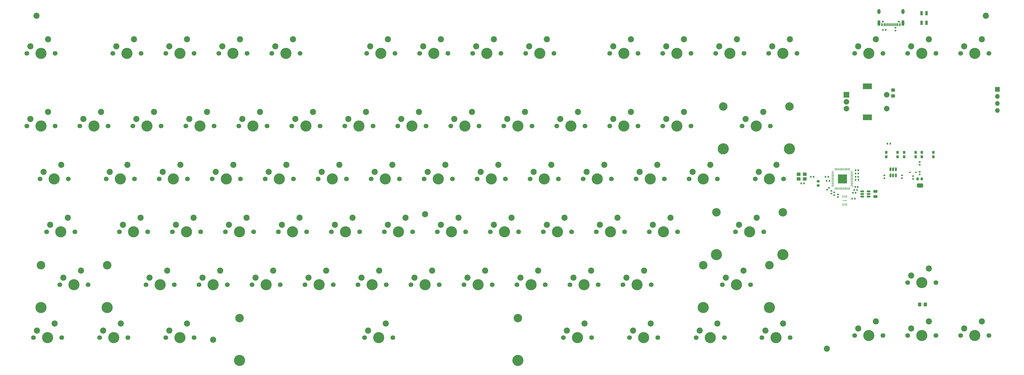
<source format=gbr>
%TF.GenerationSoftware,KiCad,Pcbnew,9.0.5*%
%TF.CreationDate,2026-02-18T01:23:15+05:30*%
%TF.ProjectId,Rheneium,5268656e-6569-4756-9d2e-6b696361645f,rev?*%
%TF.SameCoordinates,Original*%
%TF.FileFunction,Soldermask,Top*%
%TF.FilePolarity,Negative*%
%FSLAX46Y46*%
G04 Gerber Fmt 4.6, Leading zero omitted, Abs format (unit mm)*
G04 Created by KiCad (PCBNEW 9.0.5) date 2026-02-18 01:23:15*
%MOMM*%
%LPD*%
G01*
G04 APERTURE LIST*
G04 Aperture macros list*
%AMRoundRect*
0 Rectangle with rounded corners*
0 $1 Rounding radius*
0 $2 $3 $4 $5 $6 $7 $8 $9 X,Y pos of 4 corners*
0 Add a 4 corners polygon primitive as box body*
4,1,4,$2,$3,$4,$5,$6,$7,$8,$9,$2,$3,0*
0 Add four circle primitives for the rounded corners*
1,1,$1+$1,$2,$3*
1,1,$1+$1,$4,$5*
1,1,$1+$1,$6,$7*
1,1,$1+$1,$8,$9*
0 Add four rect primitives between the rounded corners*
20,1,$1+$1,$2,$3,$4,$5,0*
20,1,$1+$1,$4,$5,$6,$7,0*
20,1,$1+$1,$6,$7,$8,$9,0*
20,1,$1+$1,$8,$9,$2,$3,0*%
%AMFreePoly0*
4,1,23,0.500000,-0.750000,0.000000,-0.750000,0.000000,-0.745722,-0.065263,-0.745722,-0.191342,-0.711940,-0.304381,-0.646677,-0.396677,-0.554381,-0.461940,-0.441342,-0.495722,-0.315263,-0.495722,-0.250000,-0.500000,-0.250000,-0.500000,0.250000,-0.495722,0.250000,-0.495722,0.315263,-0.461940,0.441342,-0.396677,0.554381,-0.304381,0.646677,-0.191342,0.711940,-0.065263,0.745722,0.000000,0.745722,
0.000000,0.750000,0.500000,0.750000,0.500000,-0.750000,0.500000,-0.750000,$1*%
%AMFreePoly1*
4,1,23,0.000000,0.745722,0.065263,0.745722,0.191342,0.711940,0.304381,0.646677,0.396677,0.554381,0.461940,0.441342,0.495722,0.315263,0.495722,0.250000,0.500000,0.250000,0.500000,-0.250000,0.495722,-0.250000,0.495722,-0.315263,0.461940,-0.441342,0.396677,-0.554381,0.304381,-0.646677,0.191342,-0.711940,0.065263,-0.745722,0.000000,-0.745722,0.000000,-0.750000,-0.500000,-0.750000,
-0.500000,0.750000,0.000000,0.750000,0.000000,0.745722,0.000000,0.745722,$1*%
G04 Aperture macros list end*
%ADD10C,2.200000*%
%ADD11C,1.700000*%
%ADD12C,4.000000*%
%ADD13RoundRect,0.140000X-0.140000X-0.170000X0.140000X-0.170000X0.140000X0.170000X-0.140000X0.170000X0*%
%ADD14C,3.050000*%
%ADD15R,0.850000X1.600000*%
%ADD16RoundRect,0.135000X0.185000X-0.135000X0.185000X0.135000X-0.185000X0.135000X-0.185000X-0.135000X0*%
%ADD17RoundRect,0.135000X0.135000X0.185000X-0.135000X0.185000X-0.135000X-0.185000X0.135000X-0.185000X0*%
%ADD18RoundRect,0.062500X0.062500X-0.387500X0.062500X0.387500X-0.062500X0.387500X-0.062500X-0.387500X0*%
%ADD19R,1.600000X0.200000*%
%ADD20R,0.900000X1.000000*%
%ADD21RoundRect,0.250000X-0.325000X-0.450000X0.325000X-0.450000X0.325000X0.450000X-0.325000X0.450000X0*%
%ADD22RoundRect,0.135000X-0.185000X0.135000X-0.185000X-0.135000X0.185000X-0.135000X0.185000X0.135000X0*%
%ADD23RoundRect,0.140000X-0.021213X0.219203X-0.219203X0.021213X0.021213X-0.219203X0.219203X-0.021213X0*%
%ADD24RoundRect,0.140000X0.140000X0.170000X-0.140000X0.170000X-0.140000X-0.170000X0.140000X-0.170000X0*%
%ADD25RoundRect,0.250000X-0.450000X0.325000X-0.450000X-0.325000X0.450000X-0.325000X0.450000X0.325000X0*%
%ADD26FreePoly0,180.000000*%
%ADD27FreePoly1,180.000000*%
%ADD28RoundRect,0.218750X0.218750X0.256250X-0.218750X0.256250X-0.218750X-0.256250X0.218750X-0.256250X0*%
%ADD29R,1.700000X1.700000*%
%ADD30O,1.700000X1.700000*%
%ADD31RoundRect,0.150000X-0.512500X-0.150000X0.512500X-0.150000X0.512500X0.150000X-0.512500X0.150000X0*%
%ADD32RoundRect,0.140000X-0.170000X0.140000X-0.170000X-0.140000X0.170000X-0.140000X0.170000X0.140000X0*%
%ADD33RoundRect,0.112500X0.187500X0.112500X-0.187500X0.112500X-0.187500X-0.112500X0.187500X-0.112500X0*%
%ADD34RoundRect,0.218750X0.256250X-0.218750X0.256250X0.218750X-0.256250X0.218750X-0.256250X-0.218750X0*%
%ADD35RoundRect,0.135000X-0.135000X-0.185000X0.135000X-0.185000X0.135000X0.185000X-0.135000X0.185000X0*%
%ADD36RoundRect,0.150000X-0.150000X0.512500X-0.150000X-0.512500X0.150000X-0.512500X0.150000X0.512500X0*%
%ADD37RoundRect,0.250000X0.475000X-0.250000X0.475000X0.250000X-0.475000X0.250000X-0.475000X-0.250000X0*%
%ADD38R,2.000000X2.000000*%
%ADD39C,2.000000*%
%ADD40R,3.200000X2.000000*%
%ADD41RoundRect,0.250000X-0.450000X-0.350000X0.450000X-0.350000X0.450000X0.350000X-0.450000X0.350000X0*%
%ADD42RoundRect,0.050000X0.387500X0.050000X-0.387500X0.050000X-0.387500X-0.050000X0.387500X-0.050000X0*%
%ADD43RoundRect,0.050000X0.050000X0.387500X-0.050000X0.387500X-0.050000X-0.387500X0.050000X-0.387500X0*%
%ADD44R,3.200000X3.200000*%
%ADD45C,0.700000*%
%ADD46R,0.550000X1.100000*%
%ADD47R,0.300000X1.100000*%
%ADD48O,1.100000X2.000000*%
%ADD49O,1.200000X1.800000*%
G04 APERTURE END LIST*
%TO.C,JP2*%
G36*
X341606250Y-107112500D02*
G01*
X341306250Y-107112500D01*
X341306250Y-105612500D01*
X341606250Y-105612500D01*
X341606250Y-107112500D01*
G37*
%TD*%
D10*
%TO.C,SW40*%
X28733750Y-120491250D03*
X35083750Y-117951250D03*
D11*
X37623750Y-123031250D03*
D12*
X32543750Y-123031250D03*
D11*
X27463750Y-123031250D03*
%TD*%
D10*
%TO.C,SW8*%
X181927500Y-56197500D03*
X188277500Y-53657500D03*
D11*
X190817500Y-58737500D03*
D12*
X185737500Y-58737500D03*
D11*
X180657500Y-58737500D03*
%TD*%
D10*
%TO.C,SW43*%
X93027500Y-120491250D03*
X99377500Y-117951250D03*
D11*
X101917500Y-123031250D03*
D12*
X96837500Y-123031250D03*
D11*
X91757500Y-123031250D03*
%TD*%
%TO.C,SW35*%
X182245000Y-103981250D03*
D12*
X187325000Y-103981250D03*
D11*
X192405000Y-103981250D03*
D10*
X189865000Y-98901250D03*
X183515000Y-101441250D03*
%TD*%
D11*
%TO.C,SW14*%
X20320000Y-84931250D03*
D12*
X25400000Y-84931250D03*
D11*
X30480000Y-84931250D03*
D10*
X27940000Y-79851250D03*
X21590000Y-82391250D03*
%TD*%
%TO.C,H5*%
X87312500Y-161925000D03*
%TD*%
D13*
%TO.C,C7*%
X318263750Y-102043750D03*
X319223750Y-102043750D03*
%TD*%
%TO.C,C10*%
X298763750Y-105568750D03*
X299723750Y-105568750D03*
%TD*%
D11*
%TO.C,SW60*%
X177482500Y-142081250D03*
D12*
X182562500Y-142081250D03*
D11*
X187642500Y-142081250D03*
D10*
X185102500Y-137001250D03*
X178752500Y-139541250D03*
%TD*%
D14*
%TO.C,SW53*%
X25406250Y-135081250D03*
D12*
X25406250Y-150321250D03*
D11*
X32226250Y-142081250D03*
D12*
X37306250Y-142081250D03*
D11*
X42386250Y-142081250D03*
D14*
X49206250Y-135081250D03*
D12*
X49206250Y-150321250D03*
D10*
X39846250Y-137001250D03*
X33496250Y-139541250D03*
%TD*%
D11*
%TO.C,SW80*%
X46513750Y-161131250D03*
D12*
X51593750Y-161131250D03*
D11*
X56673750Y-161131250D03*
D10*
X54133750Y-156051250D03*
X47783750Y-158591250D03*
%TD*%
D14*
%TO.C,SW52*%
X268293750Y-116031250D03*
D12*
X268293750Y-131271250D03*
D11*
X275113750Y-123031250D03*
D12*
X280193750Y-123031250D03*
D11*
X285273750Y-123031250D03*
D14*
X292093750Y-116031250D03*
D12*
X292093750Y-131271250D03*
D10*
X282733750Y-117951250D03*
X276383750Y-120491250D03*
%TD*%
D11*
%TO.C,SW68*%
X337017500Y-58746250D03*
D12*
X342097500Y-58746250D03*
D11*
X347177500Y-58746250D03*
D10*
X344637500Y-53666250D03*
X338287500Y-56206250D03*
%TD*%
D11*
%TO.C,SW67*%
X70326250Y-161131250D03*
D12*
X75406250Y-161131250D03*
D11*
X80486250Y-161131250D03*
D10*
X77946250Y-156051250D03*
X71596250Y-158591250D03*
%TD*%
D11*
%TO.C,SW48*%
X187007500Y-123031250D03*
D12*
X192087500Y-123031250D03*
D11*
X197167500Y-123031250D03*
D10*
X194627500Y-117951250D03*
X188277500Y-120491250D03*
%TD*%
D11*
%TO.C,SW7*%
X161607500Y-58737500D03*
D12*
X166687500Y-58737500D03*
D11*
X171767500Y-58737500D03*
D10*
X169227500Y-53657500D03*
X162877500Y-56197500D03*
%TD*%
D11*
%TO.C,SW63*%
X234632500Y-142081250D03*
D12*
X239712500Y-142081250D03*
D11*
X244792500Y-142081250D03*
D10*
X242252500Y-137001250D03*
X235902500Y-139541250D03*
%TD*%
D11*
%TO.C,SW27*%
X25082500Y-103981250D03*
D12*
X30162500Y-103981250D03*
D11*
X35242500Y-103981250D03*
D10*
X32702500Y-98901250D03*
X26352500Y-101441250D03*
%TD*%
D15*
%TO.C,D87*%
X343775000Y-44287500D03*
X342025000Y-44287500D03*
X342025000Y-47787500D03*
X343775000Y-47787500D03*
%TD*%
D11*
%TO.C,SW39*%
X282257500Y-103981250D03*
D12*
X287337500Y-103981250D03*
D11*
X292417500Y-103981250D03*
D10*
X289877500Y-98901250D03*
X283527500Y-101441250D03*
%TD*%
D16*
%TO.C,R8*%
X338931250Y-103981250D03*
X338931250Y-102961250D03*
%TD*%
D11*
%TO.C,SW29*%
X67945000Y-103981250D03*
D12*
X73025000Y-103981250D03*
D11*
X78105000Y-103981250D03*
D10*
X75565000Y-98901250D03*
X69215000Y-101441250D03*
%TD*%
D11*
%TO.C,SW56*%
X101282500Y-142081250D03*
D12*
X106362500Y-142081250D03*
D11*
X111442500Y-142081250D03*
D10*
X108902500Y-137001250D03*
X102552500Y-139541250D03*
%TD*%
D11*
%TO.C,SW25*%
X229870000Y-84931250D03*
D12*
X234950000Y-84931250D03*
D11*
X240030000Y-84931250D03*
D10*
X237490000Y-79851250D03*
X231140000Y-82391250D03*
%TD*%
D11*
%TO.C,SW32*%
X125095000Y-103981250D03*
D12*
X130175000Y-103981250D03*
D11*
X135255000Y-103981250D03*
D10*
X132715000Y-98901250D03*
X126365000Y-101441250D03*
%TD*%
D17*
%TO.C,R9*%
X308895000Y-104675000D03*
X307875000Y-104675000D03*
%TD*%
D11*
%TO.C,SW37*%
X220345000Y-103981250D03*
D12*
X225425000Y-103981250D03*
D11*
X230505000Y-103981250D03*
D10*
X227965000Y-98901250D03*
X221615000Y-101441250D03*
%TD*%
D11*
%TO.C,SW12*%
X267970000Y-58737500D03*
D12*
X273050000Y-58737500D03*
D11*
X278130000Y-58737500D03*
D10*
X275590000Y-53657500D03*
X269240000Y-56197500D03*
%TD*%
D11*
%TO.C,SW50*%
X225107500Y-123031250D03*
D12*
X230187500Y-123031250D03*
D11*
X235267500Y-123031250D03*
D10*
X232727500Y-117951250D03*
X226377500Y-120491250D03*
%TD*%
D18*
%TO.C,U2*%
X313618750Y-113181250D03*
X314118750Y-113181250D03*
X314618750Y-113181250D03*
X315118750Y-113181250D03*
X315118750Y-110331250D03*
X314618750Y-110331250D03*
X314118750Y-110331250D03*
X313618750Y-110331250D03*
D19*
X314368750Y-111756250D03*
%TD*%
D11*
%TO.C,SW77*%
X237013750Y-161131250D03*
D12*
X242093750Y-161131250D03*
D11*
X247173750Y-161131250D03*
D10*
X244633750Y-156051250D03*
X238283750Y-158591250D03*
%TD*%
%TO.C,H4*%
X307975000Y-165100000D03*
%TD*%
D11*
%TO.C,SW19*%
X115570000Y-84931250D03*
D12*
X120650000Y-84931250D03*
D11*
X125730000Y-84931250D03*
D10*
X123190000Y-79851250D03*
X116840000Y-82391250D03*
%TD*%
D11*
%TO.C,SW30*%
X86995000Y-103981250D03*
D12*
X92075000Y-103981250D03*
D11*
X97155000Y-103981250D03*
D10*
X94615000Y-98901250D03*
X88265000Y-101441250D03*
%TD*%
D11*
%TO.C,SW69*%
X356076250Y-58737500D03*
D12*
X361156250Y-58737500D03*
D11*
X366236250Y-58737500D03*
D10*
X363696250Y-53657500D03*
X357346250Y-56197500D03*
%TD*%
D20*
%TO.C,SW86*%
X335756250Y-94443750D03*
X339856250Y-94443750D03*
X335756250Y-96043750D03*
X339856250Y-96043750D03*
%TD*%
D11*
%TO.C,SW82*%
X260971844Y-161131250D03*
D12*
X266051844Y-161131250D03*
D11*
X271131844Y-161131250D03*
D10*
X268591844Y-156051250D03*
X262241844Y-158591250D03*
%TD*%
D11*
%TO.C,SW70*%
X317976250Y-160337500D03*
D12*
X323056250Y-160337500D03*
D11*
X328136250Y-160337500D03*
D10*
X325596250Y-155257500D03*
X319246250Y-157797500D03*
%TD*%
D11*
%TO.C,SW20*%
X134620000Y-84931250D03*
D12*
X139700000Y-84931250D03*
D11*
X144780000Y-84931250D03*
D10*
X142240000Y-79851250D03*
X135890000Y-82391250D03*
%TD*%
D21*
%TO.C,D78*%
X341312500Y-149225000D03*
X343362500Y-149225000D03*
%TD*%
D22*
%TO.C,R2*%
X341312500Y-97915000D03*
X341312500Y-98935000D03*
%TD*%
D23*
%TO.C,C2*%
X308768750Y-107156250D03*
X308089928Y-107835072D03*
%TD*%
D11*
%TO.C,SW41*%
X53657500Y-123031250D03*
D12*
X58737500Y-123031250D03*
D11*
X63817500Y-123031250D03*
D10*
X61277500Y-117951250D03*
X54927500Y-120491250D03*
%TD*%
D24*
%TO.C,C15*%
X319267500Y-100806250D03*
X318307500Y-100806250D03*
%TD*%
D22*
%TO.C,R3*%
X328612500Y-102677500D03*
X328612500Y-103697500D03*
%TD*%
D25*
%TO.C,D84*%
X331787500Y-72000000D03*
X331787500Y-74050000D03*
%TD*%
D11*
%TO.C,SW45*%
X129857500Y-123031250D03*
D12*
X134937500Y-123031250D03*
D11*
X140017500Y-123031250D03*
D10*
X137477500Y-117951250D03*
X131127500Y-120491250D03*
%TD*%
D11*
%TO.C,SW44*%
X110807500Y-123031250D03*
D12*
X115887500Y-123031250D03*
D11*
X120967500Y-123031250D03*
D10*
X118427500Y-117951250D03*
X112077500Y-120491250D03*
%TD*%
D11*
%TO.C,SW2*%
X51276250Y-58737500D03*
D12*
X56356250Y-58737500D03*
D11*
X61436250Y-58737500D03*
D10*
X58896250Y-53657500D03*
X52546250Y-56197500D03*
%TD*%
D11*
%TO.C,SW76*%
X258445000Y-103981250D03*
D12*
X263525000Y-103981250D03*
D11*
X268605000Y-103981250D03*
D10*
X266065000Y-98901250D03*
X259715000Y-101441250D03*
%TD*%
D26*
%TO.C,JP2*%
X342106250Y-106362500D03*
D27*
X340806250Y-106362500D03*
%TD*%
D28*
%TO.C,D86*%
X342100000Y-103981250D03*
X340525000Y-103981250D03*
%TD*%
D11*
%TO.C,SW9*%
X199707500Y-58737500D03*
D12*
X204787500Y-58737500D03*
D11*
X209867500Y-58737500D03*
D10*
X207327500Y-53657500D03*
X200977500Y-56197500D03*
%TD*%
D14*
%TO.C,SW81*%
X96843750Y-154131250D03*
D12*
X96843750Y-169371250D03*
D11*
X141763750Y-161131250D03*
D12*
X146843750Y-161131250D03*
D11*
X151923750Y-161131250D03*
D14*
X196843750Y-154131250D03*
D12*
X196843750Y-169371250D03*
D10*
X149383750Y-156051250D03*
X143033750Y-158591250D03*
%TD*%
D11*
%TO.C,SW1*%
X20320000Y-58737500D03*
D12*
X25400000Y-58737500D03*
D11*
X30480000Y-58737500D03*
D10*
X27940000Y-53657500D03*
X21590000Y-56197500D03*
%TD*%
D29*
%TO.C,J1*%
X369246250Y-71711250D03*
D30*
X369246250Y-74251250D03*
X369246250Y-76791250D03*
X369246250Y-79331250D03*
%TD*%
D11*
%TO.C,SW49*%
X206057500Y-123031250D03*
D12*
X211137500Y-123031250D03*
D11*
X216217500Y-123031250D03*
D10*
X213677500Y-117951250D03*
X207327500Y-120491250D03*
%TD*%
D11*
%TO.C,SW17*%
X77470000Y-84931250D03*
D12*
X82550000Y-84931250D03*
D11*
X87630000Y-84931250D03*
D10*
X85090000Y-79851250D03*
X78740000Y-82391250D03*
%TD*%
D31*
%TO.C,U4*%
X320675000Y-108431250D03*
X320675000Y-109381250D03*
X320675000Y-110331250D03*
X322950000Y-110331250D03*
X322950000Y-109381250D03*
X322950000Y-108431250D03*
%TD*%
D11*
%TO.C,SW57*%
X120332500Y-142081250D03*
D12*
X125412500Y-142081250D03*
D11*
X130492500Y-142081250D03*
D10*
X127952500Y-137001250D03*
X121602500Y-139541250D03*
%TD*%
D32*
%TO.C,C16*%
X341312500Y-101433750D03*
X341312500Y-102393750D03*
%TD*%
D33*
%TO.C,D85*%
X339981250Y-101600000D03*
X337881250Y-101600000D03*
%TD*%
D20*
%TO.C,SW87*%
X342106250Y-94443750D03*
X346206250Y-94443750D03*
X342106250Y-96043750D03*
X346206250Y-96043750D03*
%TD*%
D11*
%TO.C,SW13*%
X287020000Y-58737500D03*
D12*
X292100000Y-58737500D03*
D11*
X297180000Y-58737500D03*
D10*
X294640000Y-53657500D03*
X288290000Y-56197500D03*
%TD*%
D24*
%TO.C,C4*%
X308455000Y-103187500D03*
X307495000Y-103187500D03*
%TD*%
D22*
%TO.C,R5*%
X332581250Y-49496250D03*
X332581250Y-50516250D03*
%TD*%
D32*
%TO.C,C11*%
X310596250Y-108827500D03*
X310596250Y-109787500D03*
%TD*%
D14*
%TO.C,SW65*%
X263531250Y-135081250D03*
D12*
X263531250Y-150321250D03*
D11*
X270351250Y-142081250D03*
D12*
X275431250Y-142081250D03*
D11*
X280511250Y-142081250D03*
D14*
X287331250Y-135081250D03*
D12*
X287331250Y-150321250D03*
D10*
X277971250Y-137001250D03*
X271621250Y-139541250D03*
%TD*%
D11*
%TO.C,SW21*%
X153670000Y-84931250D03*
D12*
X158750000Y-84931250D03*
D11*
X163830000Y-84931250D03*
D10*
X161290000Y-79851250D03*
X154940000Y-82391250D03*
%TD*%
D11*
%TO.C,SW24*%
X210820000Y-84931250D03*
D12*
X215900000Y-84931250D03*
D11*
X220980000Y-84931250D03*
D10*
X218440000Y-79851250D03*
X212090000Y-82391250D03*
%TD*%
D11*
%TO.C,SW5*%
X108426250Y-58737500D03*
D12*
X113506250Y-58737500D03*
D11*
X118586250Y-58737500D03*
D10*
X116046250Y-53657500D03*
X109696250Y-56197500D03*
%TD*%
D11*
%TO.C,SW55*%
X82232500Y-142081250D03*
D12*
X87312500Y-142081250D03*
D11*
X92392500Y-142081250D03*
D10*
X89852500Y-137001250D03*
X83502500Y-139541250D03*
%TD*%
D13*
%TO.C,C1*%
X317813750Y-107950000D03*
X318773750Y-107950000D03*
%TD*%
D34*
%TO.C,D88*%
X304800000Y-106356250D03*
X304800000Y-104781250D03*
%TD*%
D11*
%TO.C,SW75*%
X337026250Y-160337500D03*
D12*
X342106250Y-160337500D03*
D11*
X347186250Y-160337500D03*
D10*
X344646250Y-155257500D03*
X338296250Y-157797500D03*
%TD*%
D35*
%TO.C,R10*%
X329690000Y-91281250D03*
X330710000Y-91281250D03*
%TD*%
D10*
%TO.C,H2*%
X23812500Y-45243750D03*
%TD*%
D11*
%TO.C,SW46*%
X148907500Y-123031250D03*
D12*
X153987500Y-123031250D03*
D11*
X159067500Y-123031250D03*
D10*
X156527500Y-117951250D03*
X150177500Y-120491250D03*
%TD*%
D36*
%TO.C,U3*%
X332737500Y-100462500D03*
X331787500Y-100462500D03*
X330837500Y-100462500D03*
X330837500Y-102737500D03*
X331787500Y-102737500D03*
X332737500Y-102737500D03*
%TD*%
D17*
%TO.C,R6*%
X329122500Y-50290000D03*
X328102500Y-50290000D03*
%TD*%
D37*
%TO.C,C12*%
X325437500Y-110331250D03*
X325437500Y-108431250D03*
%TD*%
D11*
%TO.C,SW51*%
X244157500Y-123031250D03*
D12*
X249237500Y-123031250D03*
D11*
X254317500Y-123031250D03*
D10*
X251777500Y-117951250D03*
X245427500Y-120491250D03*
%TD*%
D11*
%TO.C,SW18*%
X96520000Y-84931250D03*
D12*
X101600000Y-84931250D03*
D11*
X106680000Y-84931250D03*
D10*
X104140000Y-79851250D03*
X97790000Y-82391250D03*
%TD*%
D11*
%TO.C,SW64*%
X213201250Y-161131250D03*
D12*
X218281250Y-161131250D03*
D11*
X223361250Y-161131250D03*
D10*
X220821250Y-156051250D03*
X214471250Y-158591250D03*
%TD*%
D11*
%TO.C,SW42*%
X72707500Y-123031250D03*
D12*
X77787500Y-123031250D03*
D11*
X82867500Y-123031250D03*
D10*
X80327500Y-117951250D03*
X73977500Y-120491250D03*
%TD*%
D11*
%TO.C,SW58*%
X139382500Y-142081250D03*
D12*
X144462500Y-142081250D03*
D11*
X149542500Y-142081250D03*
D10*
X147002500Y-137001250D03*
X140652500Y-139541250D03*
%TD*%
D20*
%TO.C,SW85*%
X329275000Y-94443750D03*
X333375000Y-94443750D03*
X329275000Y-96043750D03*
X333375000Y-96043750D03*
%TD*%
D10*
%TO.C,H1*%
X365125000Y-45243750D03*
%TD*%
D38*
%TO.C,SW84*%
X315012500Y-73700000D03*
D39*
X315012500Y-78700000D03*
X315012500Y-76200000D03*
D40*
X322512500Y-70600000D03*
X322512500Y-81800000D03*
D39*
X329512500Y-78700000D03*
X329512500Y-73700000D03*
%TD*%
D11*
%TO.C,SW28*%
X48895000Y-103981250D03*
D12*
X53975000Y-103981250D03*
D11*
X59055000Y-103981250D03*
D10*
X56515000Y-98901250D03*
X50165000Y-101441250D03*
%TD*%
D32*
%TO.C,C13*%
X309562500Y-108263750D03*
X309562500Y-109223750D03*
%TD*%
D11*
%TO.C,SW62*%
X215582500Y-142081250D03*
D12*
X220662500Y-142081250D03*
D11*
X225742500Y-142081250D03*
D10*
X223202500Y-137001250D03*
X216852500Y-139541250D03*
%TD*%
D13*
%TO.C,C9*%
X302252500Y-103187500D03*
X303212500Y-103187500D03*
%TD*%
D11*
%TO.C,SW15*%
X39370000Y-84931250D03*
D12*
X44450000Y-84931250D03*
D11*
X49530000Y-84931250D03*
D10*
X46990000Y-79851250D03*
X40640000Y-82391250D03*
%TD*%
D11*
%TO.C,SW61*%
X196532500Y-142081250D03*
D12*
X201612500Y-142081250D03*
D11*
X206692500Y-142081250D03*
D10*
X204152500Y-137001250D03*
X197802500Y-139541250D03*
%TD*%
D32*
%TO.C,C14*%
X311943750Y-109537500D03*
X311943750Y-110497500D03*
%TD*%
D11*
%TO.C,SW78*%
X337026250Y-141287500D03*
D12*
X342106250Y-141287500D03*
D11*
X347186250Y-141287500D03*
D10*
X344646250Y-136207500D03*
X338296250Y-138747500D03*
%TD*%
D11*
%TO.C,SW22*%
X172720000Y-84931250D03*
D12*
X177800000Y-84931250D03*
D11*
X182880000Y-84931250D03*
D10*
X180340000Y-79851250D03*
X173990000Y-82391250D03*
%TD*%
D13*
%TO.C,C5*%
X317333750Y-108993750D03*
X318293750Y-108993750D03*
%TD*%
D11*
%TO.C,SW47*%
X167957500Y-123031250D03*
D12*
X173037500Y-123031250D03*
D11*
X178117500Y-123031250D03*
D10*
X175577500Y-117951250D03*
X169227500Y-120491250D03*
%TD*%
D11*
%TO.C,SW6*%
X142557500Y-58737500D03*
D12*
X147637500Y-58737500D03*
D11*
X152717500Y-58737500D03*
D10*
X150177500Y-53657500D03*
X143827500Y-56197500D03*
%TD*%
D17*
%TO.C,R1*%
X318010000Y-111125000D03*
X316990000Y-111125000D03*
%TD*%
D11*
%TO.C,SW10*%
X229870000Y-58737500D03*
D12*
X234950000Y-58737500D03*
D11*
X240030000Y-58737500D03*
D10*
X237490000Y-53657500D03*
X231140000Y-56197500D03*
%TD*%
D11*
%TO.C,SW16*%
X58420000Y-84931250D03*
D12*
X63500000Y-84931250D03*
D11*
X68580000Y-84931250D03*
D10*
X66040000Y-79851250D03*
X59690000Y-82391250D03*
%TD*%
D11*
%TO.C,SW4*%
X89376250Y-58737500D03*
D12*
X94456250Y-58737500D03*
D11*
X99536250Y-58737500D03*
D10*
X96996250Y-53657500D03*
X90646250Y-56197500D03*
%TD*%
D11*
%TO.C,SW83*%
X284638750Y-161131250D03*
D12*
X289718750Y-161131250D03*
D11*
X294798750Y-161131250D03*
D10*
X292258750Y-156051250D03*
X285908750Y-158591250D03*
%TD*%
D11*
%TO.C,SW74*%
X356076250Y-160337500D03*
D12*
X361156250Y-160337500D03*
D11*
X366236250Y-160337500D03*
D10*
X363696250Y-155257500D03*
X357346250Y-157797500D03*
%TD*%
D11*
%TO.C,SW79*%
X22701250Y-161131250D03*
D12*
X27781250Y-161131250D03*
D11*
X32861250Y-161131250D03*
D10*
X30321250Y-156051250D03*
X23971250Y-158591250D03*
%TD*%
D11*
%TO.C,SW66*%
X317976250Y-58737500D03*
D12*
X323056250Y-58737500D03*
D11*
X328136250Y-58737500D03*
D10*
X325596250Y-53657500D03*
X319246250Y-56197500D03*
%TD*%
D11*
%TO.C,SW34*%
X163195000Y-103981250D03*
D12*
X168275000Y-103981250D03*
D11*
X173355000Y-103981250D03*
D10*
X170815000Y-98901250D03*
X164465000Y-101441250D03*
%TD*%
D11*
%TO.C,SW3*%
X70326250Y-58737500D03*
D12*
X75406250Y-58737500D03*
D11*
X80486250Y-58737500D03*
D10*
X77946250Y-53657500D03*
X71596250Y-56197500D03*
%TD*%
%TO.C,H3*%
X163512500Y-116681250D03*
%TD*%
D13*
%TO.C,C8*%
X318313750Y-104281250D03*
X319273750Y-104281250D03*
%TD*%
D41*
%TO.C,X1*%
X297837500Y-103981250D03*
X300037500Y-103981250D03*
X300037500Y-102281250D03*
X297837500Y-102281250D03*
%TD*%
D42*
%TO.C,U1*%
X316968750Y-106581250D03*
X316968750Y-106181250D03*
X316968750Y-105781250D03*
X316968750Y-105381250D03*
X316968750Y-104981250D03*
X316968750Y-104581250D03*
X316968750Y-104181250D03*
X316968750Y-103781250D03*
X316968750Y-103381250D03*
X316968750Y-102981250D03*
X316968750Y-102581250D03*
X316968750Y-102181250D03*
X316968750Y-101781250D03*
X316968750Y-101381250D03*
D43*
X316131250Y-100543750D03*
X315731250Y-100543750D03*
X315331250Y-100543750D03*
X314931250Y-100543750D03*
X314531250Y-100543750D03*
X314131250Y-100543750D03*
X313731250Y-100543750D03*
X313331250Y-100543750D03*
X312931250Y-100543750D03*
X312531250Y-100543750D03*
X312131250Y-100543750D03*
X311731250Y-100543750D03*
X311331250Y-100543750D03*
X310931250Y-100543750D03*
D42*
X310093750Y-101381250D03*
X310093750Y-101781250D03*
X310093750Y-102181250D03*
X310093750Y-102581250D03*
X310093750Y-102981250D03*
X310093750Y-103381250D03*
X310093750Y-103781250D03*
X310093750Y-104181250D03*
X310093750Y-104581250D03*
X310093750Y-104981250D03*
X310093750Y-105381250D03*
X310093750Y-105781250D03*
X310093750Y-106181250D03*
X310093750Y-106581250D03*
D43*
X310931250Y-107418750D03*
X311331250Y-107418750D03*
X311731250Y-107418750D03*
X312131250Y-107418750D03*
X312531250Y-107418750D03*
X312931250Y-107418750D03*
X313331250Y-107418750D03*
X313731250Y-107418750D03*
X314131250Y-107418750D03*
X314531250Y-107418750D03*
X314931250Y-107418750D03*
X315331250Y-107418750D03*
X315731250Y-107418750D03*
X316131250Y-107418750D03*
D44*
X313531250Y-103981250D03*
%TD*%
D13*
%TO.C,C6*%
X318293750Y-103187500D03*
X319253750Y-103187500D03*
%TD*%
D22*
%TO.C,R4*%
X334962500Y-102677500D03*
X334962500Y-103697500D03*
%TD*%
D11*
%TO.C,SW33*%
X144145000Y-103981250D03*
D12*
X149225000Y-103981250D03*
D11*
X154305000Y-103981250D03*
D10*
X151765000Y-98901250D03*
X145415000Y-101441250D03*
%TD*%
D11*
%TO.C,SW11*%
X248920000Y-58737500D03*
D12*
X254000000Y-58737500D03*
D11*
X259080000Y-58737500D03*
D10*
X256540000Y-53657500D03*
X250190000Y-56197500D03*
%TD*%
D11*
%TO.C,SW71*%
X248920000Y-84931250D03*
D12*
X254000000Y-84931250D03*
D11*
X259080000Y-84931250D03*
D10*
X256540000Y-79851250D03*
X250190000Y-82391250D03*
%TD*%
D11*
%TO.C,SW38*%
X239395000Y-103981250D03*
D12*
X244475000Y-103981250D03*
D11*
X249555000Y-103981250D03*
D10*
X247015000Y-98901250D03*
X240665000Y-101441250D03*
%TD*%
D11*
%TO.C,SW23*%
X191770000Y-84931250D03*
D12*
X196850000Y-84931250D03*
D11*
X201930000Y-84931250D03*
D10*
X199390000Y-79851250D03*
X193040000Y-82391250D03*
%TD*%
D11*
%TO.C,SW54*%
X63182500Y-142081250D03*
D12*
X68262500Y-142081250D03*
D11*
X73342500Y-142081250D03*
D10*
X70802500Y-137001250D03*
X64452500Y-139541250D03*
%TD*%
D14*
%TO.C,SW26*%
X270675000Y-77931250D03*
D12*
X270675000Y-93171250D03*
D11*
X277495000Y-84931250D03*
D12*
X282575000Y-84931250D03*
D11*
X287655000Y-84931250D03*
D14*
X294475000Y-77931250D03*
D12*
X294475000Y-93171250D03*
D10*
X285115000Y-79851250D03*
X278765000Y-82391250D03*
%TD*%
D13*
%TO.C,C3*%
X318127500Y-106862500D03*
X319087500Y-106862500D03*
%TD*%
D11*
%TO.C,SW31*%
X106045000Y-103981250D03*
D12*
X111125000Y-103981250D03*
D11*
X116205000Y-103981250D03*
D10*
X113665000Y-98901250D03*
X107315000Y-101441250D03*
%TD*%
D11*
%TO.C,SW36*%
X201295000Y-103981250D03*
D12*
X206375000Y-103981250D03*
D11*
X211455000Y-103981250D03*
D10*
X208915000Y-98901250D03*
X202565000Y-101441250D03*
%TD*%
D11*
%TO.C,SW59*%
X158432500Y-142081250D03*
D12*
X163512500Y-142081250D03*
D11*
X168592500Y-142081250D03*
D10*
X166052500Y-137001250D03*
X159702500Y-139541250D03*
%TD*%
D45*
%TO.C,USB1*%
X333883750Y-47337500D03*
X328103750Y-47337500D03*
D46*
X334193750Y-48417500D03*
X333393750Y-48417500D03*
D47*
X332743750Y-48417500D03*
X332243750Y-48417500D03*
X331743750Y-48417500D03*
X331243750Y-48417500D03*
X330743750Y-48417500D03*
X330243750Y-48417500D03*
X329743750Y-48417500D03*
X329243750Y-48417500D03*
D46*
X328593750Y-48417500D03*
X327793750Y-48417500D03*
D48*
X335313750Y-47867500D03*
D49*
X335313750Y-43657500D03*
D48*
X326673750Y-47867500D03*
D49*
X326673750Y-43657500D03*
%TD*%
M02*

</source>
